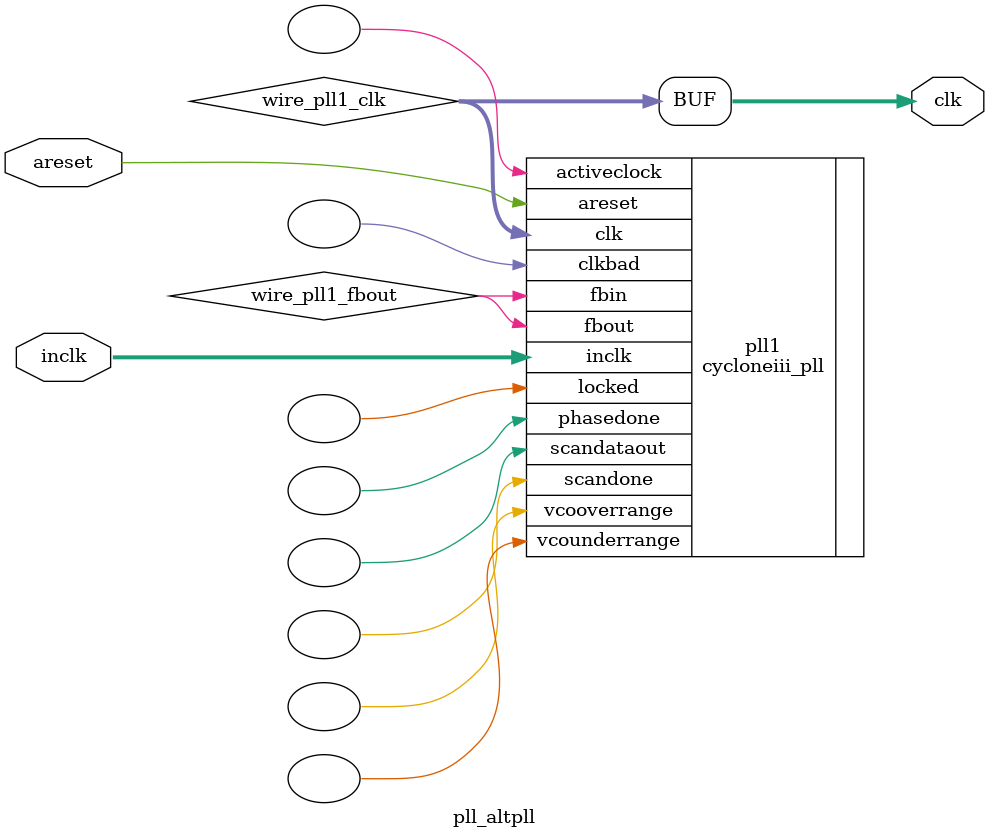
<source format=v>






//synthesis_resources = cycloneiii_pll 1 
//synopsys translate_off
`timescale 1 ps / 1 ps
//synopsys translate_on
module  pll_altpll
	( 
	areset,
	clk,
	inclk) /* synthesis synthesis_clearbox=1 */;
	input   areset;
	output   [4:0]  clk;
	input   [1:0]  inclk;
`ifndef ALTERA_RESERVED_QIS
// synopsys translate_off
`endif
	tri0   areset;
	tri0   [1:0]  inclk;
`ifndef ALTERA_RESERVED_QIS
// synopsys translate_on
`endif

	wire  [4:0]   wire_pll1_clk;
	wire  wire_pll1_fbout;

	cycloneiii_pll   pll1
	( 
	.activeclock(),
	.areset(areset),
	.clk(wire_pll1_clk),
	.clkbad(),
	.fbin(wire_pll1_fbout),
	.fbout(wire_pll1_fbout),
	.inclk(inclk),
	.locked(),
	.phasedone(),
	.scandataout(),
	.scandone(),
	.vcooverrange(),
	.vcounderrange()
	`ifndef FORMAL_VERIFICATION
	// synopsys translate_off
	`endif
	,
	.clkswitch(1'b0),
	.configupdate(1'b0),
	.pfdena(1'b1),
	.phasecounterselect({3{1'b0}}),
	.phasestep(1'b0),
	.phaseupdown(1'b0),
	.scanclk(1'b0),
	.scanclkena(1'b1),
	.scandata(1'b0)
	`ifndef FORMAL_VERIFICATION
	// synopsys translate_on
	`endif
	);
	defparam
		pll1.bandwidth_type = "auto",
		pll1.clk0_divide_by = 1000,
		pll1.clk0_duty_cycle = 50,
		pll1.clk0_multiply_by = 1,
		pll1.clk0_phase_shift = "0",
		pll1.compensate_clock = "clk0",
		pll1.inclk0_input_frequency = 20000,
		pll1.operation_mode = "normal",
		pll1.pll_type = "auto",
		pll1.lpm_type = "cycloneiii_pll";
	assign
		clk = {wire_pll1_clk[4:0]};
endmodule //pll_altpll
//VALID FILE

</source>
